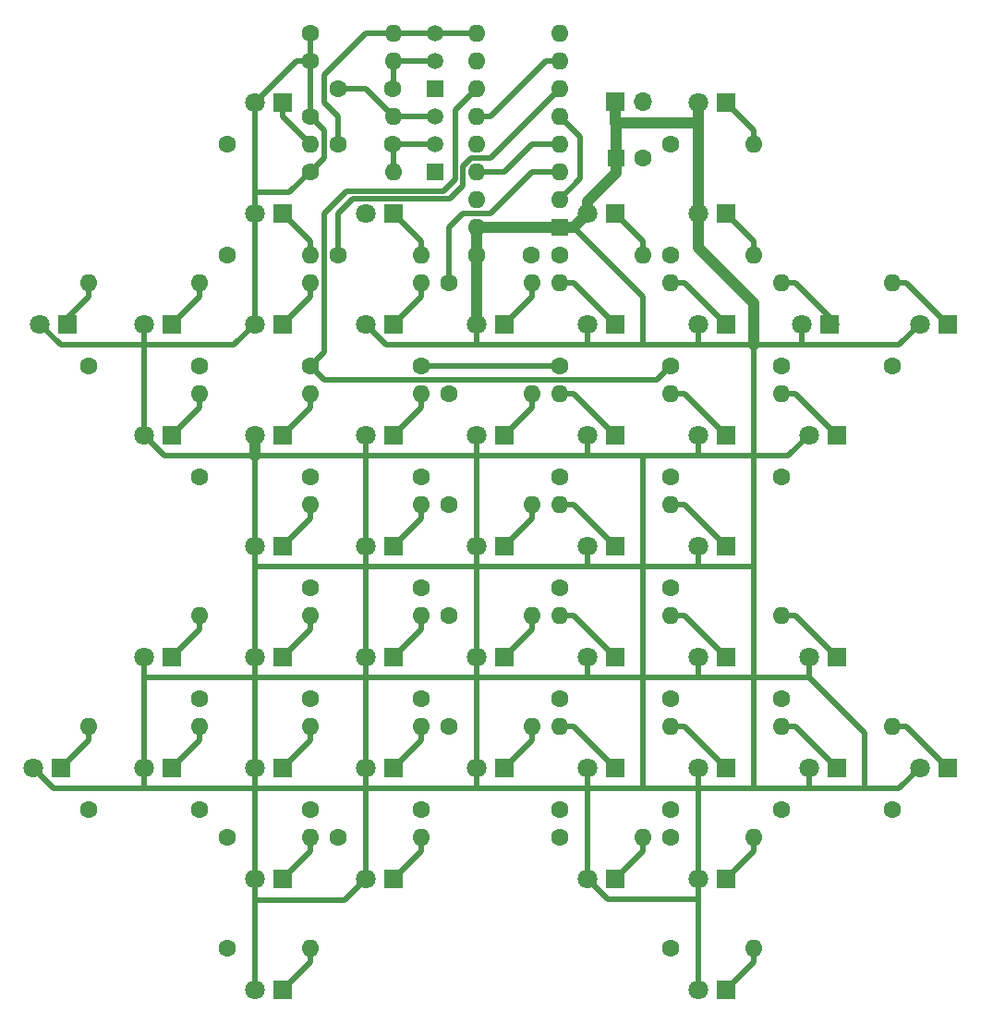
<source format=gbr>
%TF.GenerationSoftware,KiCad,Pcbnew,(6.0.2)*%
%TF.CreationDate,2023-11-30T13:56:03-08:00*%
%TF.ProjectId,star,73746172-2e6b-4696-9361-645f70636258,rev?*%
%TF.SameCoordinates,Original*%
%TF.FileFunction,Copper,L1,Top*%
%TF.FilePolarity,Positive*%
%FSLAX46Y46*%
G04 Gerber Fmt 4.6, Leading zero omitted, Abs format (unit mm)*
G04 Created by KiCad (PCBNEW (6.0.2)) date 2023-11-30 13:56:03*
%MOMM*%
%LPD*%
G01*
G04 APERTURE LIST*
%TA.AperFunction,ComponentPad*%
%ADD10R,1.800000X1.800000*%
%TD*%
%TA.AperFunction,ComponentPad*%
%ADD11C,1.800000*%
%TD*%
%TA.AperFunction,ComponentPad*%
%ADD12C,1.600000*%
%TD*%
%TA.AperFunction,ComponentPad*%
%ADD13R,1.600000X1.600000*%
%TD*%
%TA.AperFunction,ComponentPad*%
%ADD14O,1.600000X1.600000*%
%TD*%
%TA.AperFunction,ComponentPad*%
%ADD15R,1.500000X1.500000*%
%TD*%
%TA.AperFunction,ComponentPad*%
%ADD16C,1.500000*%
%TD*%
%TA.AperFunction,ComponentPad*%
%ADD17R,1.700000X1.700000*%
%TD*%
%TA.AperFunction,ComponentPad*%
%ADD18O,1.700000X1.700000*%
%TD*%
%TA.AperFunction,Conductor*%
%ADD19C,0.500000*%
%TD*%
%TA.AperFunction,Conductor*%
%ADD20C,1.000000*%
%TD*%
G04 APERTURE END LIST*
D10*
%TO.P,D40,1,K*%
%TO.N,Net-(D40-Pad1)*%
X165100000Y-121920000D03*
D11*
%TO.P,D40,2,A*%
%TO.N,VCC*%
X162560000Y-121920000D03*
%TD*%
D10*
%TO.P,D5,1,K*%
%TO.N,Net-(D5-Pad1)*%
X165105000Y-71120000D03*
D11*
%TO.P,D5,2,A*%
%TO.N,VCC*%
X162565000Y-71120000D03*
%TD*%
D12*
%TO.P,C4,2*%
%TO.N,GND*%
X167664888Y-66040000D03*
D13*
%TO.P,C4,1*%
%TO.N,VCC*%
X165164888Y-66040000D03*
%TD*%
D12*
%TO.P,R46,1*%
%TO.N,Net-(R10-Pad1)*%
X160020000Y-128270000D03*
D14*
%TO.P,R46,2*%
%TO.N,Net-(D46-Pad1)*%
X167640000Y-128270000D03*
%TD*%
D10*
%TO.P,D16,1,K*%
%TO.N,Net-(D16-Pad1)*%
X124460000Y-91440000D03*
D11*
%TO.P,D16,2,A*%
%TO.N,VCC*%
X121920000Y-91440000D03*
%TD*%
D10*
%TO.P,D19,1,K*%
%TO.N,Net-(D19-Pad1)*%
X154940000Y-91440000D03*
D11*
%TO.P,D19,2,A*%
%TO.N,VCC*%
X152400000Y-91440000D03*
%TD*%
D10*
%TO.P,D27,1,K*%
%TO.N,Net-(D27-Pad1)*%
X175260000Y-101600000D03*
D11*
%TO.P,D27,2,A*%
%TO.N,VCC*%
X172720000Y-101600000D03*
%TD*%
D12*
%TO.P,C2,2*%
%TO.N,Net-(C2-Pad2)*%
X144740000Y-59690000D03*
%TO.P,C2,1*%
%TO.N,Net-(C2-Pad1)*%
X139740000Y-59690000D03*
%TD*%
%TO.P,R23,1*%
%TO.N,Net-(R11-Pad1)*%
X137160000Y-105410000D03*
D14*
%TO.P,R23,2*%
%TO.N,Net-(D23-Pad1)*%
X137160000Y-97790000D03*
%TD*%
D10*
%TO.P,D29,1,K*%
%TO.N,Net-(D29-Pad1)*%
X134620000Y-111760000D03*
D11*
%TO.P,D29,2,A*%
%TO.N,VCC*%
X132080000Y-111760000D03*
%TD*%
D12*
%TO.P,R6,1*%
%TO.N,Net-(R1-Pad1)*%
X170180000Y-74930000D03*
D14*
%TO.P,R6,2*%
%TO.N,Net-(D6-Pad1)*%
X177800000Y-74930000D03*
%TD*%
D10*
%TO.P,D18,1,K*%
%TO.N,Net-(D18-Pad1)*%
X144780000Y-91440000D03*
D11*
%TO.P,D18,2,A*%
%TO.N,VCC*%
X142240000Y-91440000D03*
%TD*%
D12*
%TO.P,R50,1*%
%TO.N,VCC*%
X137160000Y-62230000D03*
D14*
%TO.P,R50,2*%
%TO.N,Net-(C2-Pad1)*%
X144780000Y-62230000D03*
%TD*%
D10*
%TO.P,D12,1,K*%
%TO.N,Net-(D12-Pad1)*%
X165105000Y-81280000D03*
D11*
%TO.P,D12,2,A*%
%TO.N,VCC*%
X162565000Y-81280000D03*
%TD*%
D12*
%TO.P,R1,1*%
%TO.N,Net-(R1-Pad1)*%
X129540000Y-64770000D03*
D14*
%TO.P,R1,2*%
%TO.N,Net-(D1-Pad1)*%
X137160000Y-64770000D03*
%TD*%
D10*
%TO.P,D11,1,K*%
%TO.N,Net-(D11-Pad1)*%
X154940000Y-81280000D03*
D11*
%TO.P,D11,2,A*%
%TO.N,VCC*%
X152400000Y-81280000D03*
%TD*%
D10*
%TO.P,D43,1,K*%
%TO.N,Net-(D43-Pad1)*%
X195580000Y-121920000D03*
D11*
%TO.P,D43,2,A*%
%TO.N,VCC*%
X193040000Y-121920000D03*
%TD*%
D10*
%TO.P,D39,1,K*%
%TO.N,Net-(D39-Pad1)*%
X154940000Y-121920000D03*
D11*
%TO.P,D39,2,A*%
%TO.N,VCC*%
X152400000Y-121920000D03*
%TD*%
D12*
%TO.P,R25,1*%
%TO.N,Net-(R11-Pad1)*%
X149860000Y-97790000D03*
D14*
%TO.P,R25,2*%
%TO.N,Net-(D25-Pad1)*%
X157480000Y-97790000D03*
%TD*%
D12*
%TO.P,R31,1*%
%TO.N,Net-(R11-Pad1)*%
X149860000Y-107950000D03*
D14*
%TO.P,R31,2*%
%TO.N,Net-(D31-Pad1)*%
X157480000Y-107950000D03*
%TD*%
D12*
%TO.P,R4,1*%
%TO.N,Net-(R10-Pad1)*%
X139700000Y-74930000D03*
D14*
%TO.P,R4,2*%
%TO.N,Net-(D4-Pad1)*%
X147320000Y-74930000D03*
%TD*%
D10*
%TO.P,D26,1,K*%
%TO.N,Net-(D26-Pad1)*%
X165105000Y-101600000D03*
D11*
%TO.P,D26,2,A*%
%TO.N,VCC*%
X162565000Y-101600000D03*
%TD*%
D14*
%TO.P,R39,2*%
%TO.N,Net-(D39-Pad1)*%
X157480000Y-118110000D03*
D12*
%TO.P,R39,1*%
%TO.N,Net-(R11-Pad1)*%
X149860000Y-118110000D03*
%TD*%
%TO.P,R45,1*%
%TO.N,Net-(R10-Pad1)*%
X139700000Y-128270000D03*
D14*
%TO.P,R45,2*%
%TO.N,Net-(D45-Pad1)*%
X147320000Y-128270000D03*
%TD*%
D12*
%TO.P,R27,1*%
%TO.N,Net-(R11-Pad1)*%
X170180000Y-105410000D03*
D14*
%TO.P,R27,2*%
%TO.N,Net-(D27-Pad1)*%
X170180000Y-97790000D03*
%TD*%
D10*
%TO.P,D17,1,K*%
%TO.N,Net-(D17-Pad1)*%
X134620000Y-91440000D03*
D11*
%TO.P,D17,2,A*%
%TO.N,VCC*%
X132080000Y-91440000D03*
%TD*%
D15*
%TO.P,Q2,1,E*%
%TO.N,GND*%
X148590000Y-59690000D03*
D16*
%TO.P,Q2,2,B*%
%TO.N,Net-(C2-Pad2)*%
X148590000Y-57150000D03*
%TO.P,Q2,3,C*%
%TO.N,/CLOCK*%
X148590000Y-54610000D03*
%TD*%
D10*
%TO.P,D30,1,K*%
%TO.N,Net-(D30-Pad1)*%
X144780000Y-111760000D03*
D11*
%TO.P,D30,2,A*%
%TO.N,VCC*%
X142240000Y-111760000D03*
%TD*%
D12*
%TO.P,R26,1*%
%TO.N,Net-(R11-Pad1)*%
X160020000Y-105410000D03*
D14*
%TO.P,R26,2*%
%TO.N,Net-(D26-Pad1)*%
X160020000Y-97790000D03*
%TD*%
D10*
%TO.P,D45,1,K*%
%TO.N,Net-(D45-Pad1)*%
X144780000Y-132080000D03*
D11*
%TO.P,D45,2,A*%
%TO.N,VCC*%
X142240000Y-132080000D03*
%TD*%
D12*
%TO.P,R5,1*%
%TO.N,Net-(R10-Pad1)*%
X160020000Y-74930000D03*
D14*
%TO.P,R5,2*%
%TO.N,Net-(D5-Pad1)*%
X167640000Y-74930000D03*
%TD*%
D12*
%TO.P,R11,1*%
%TO.N,Net-(R11-Pad1)*%
X149860000Y-77470000D03*
D14*
%TO.P,R11,2*%
%TO.N,Net-(D11-Pad1)*%
X157480000Y-77470000D03*
%TD*%
D12*
%TO.P,R35,1*%
%TO.N,Net-(R1-Pad1)*%
X116840000Y-125730000D03*
D14*
%TO.P,R35,2*%
%TO.N,Net-(D35-Pad1)*%
X116840000Y-118110000D03*
%TD*%
D17*
%TO.P,J1,1,Pin_1*%
%TO.N,VCC*%
X165095000Y-60890000D03*
D18*
%TO.P,J1,2,Pin_2*%
%TO.N,GND*%
X167635000Y-60890000D03*
%TD*%
D12*
%TO.P,R16,1*%
%TO.N,Net-(R10-Pad1)*%
X127000000Y-95250000D03*
D14*
%TO.P,R16,2*%
%TO.N,Net-(D16-Pad1)*%
X127000000Y-87630000D03*
%TD*%
D10*
%TO.P,D25,1,K*%
%TO.N,Net-(D25-Pad1)*%
X154945000Y-101600000D03*
D11*
%TO.P,D25,2,A*%
%TO.N,VCC*%
X152405000Y-101600000D03*
%TD*%
D12*
%TO.P,R43,1*%
%TO.N,Net-(R1-Pad1)*%
X190500000Y-125730000D03*
D14*
%TO.P,R43,2*%
%TO.N,Net-(D43-Pad1)*%
X190500000Y-118110000D03*
%TD*%
D10*
%TO.P,D41,1,K*%
%TO.N,Net-(D41-Pad1)*%
X175265000Y-121920000D03*
D11*
%TO.P,D41,2,A*%
%TO.N,VCC*%
X172725000Y-121920000D03*
%TD*%
D10*
%TO.P,D47,1,K*%
%TO.N,Net-(D47-Pad1)*%
X175265000Y-132080000D03*
D11*
%TO.P,D47,2,A*%
%TO.N,VCC*%
X172725000Y-132080000D03*
%TD*%
D10*
%TO.P,D14,1,K*%
%TO.N,Net-(D14-Pad1)*%
X184785000Y-81280000D03*
D11*
%TO.P,D14,2,A*%
%TO.N,VCC*%
X182245000Y-81280000D03*
%TD*%
D15*
%TO.P,Q1,1,E*%
%TO.N,GND*%
X148590000Y-67310000D03*
D16*
%TO.P,Q1,2,B*%
%TO.N,Net-(C3-Pad1)*%
X148590000Y-64770000D03*
%TO.P,Q1,3,C*%
%TO.N,Net-(C2-Pad1)*%
X148590000Y-62230000D03*
%TD*%
D10*
%TO.P,D42,1,K*%
%TO.N,Net-(D42-Pad1)*%
X185420000Y-121920000D03*
D11*
%TO.P,D42,2,A*%
%TO.N,VCC*%
X182880000Y-121920000D03*
%TD*%
D12*
%TO.P,C3,1*%
%TO.N,Net-(C3-Pad1)*%
X144740000Y-64770000D03*
%TO.P,C3,2*%
%TO.N,/CLOCK*%
X139740000Y-64770000D03*
%TD*%
%TO.P,R2,1*%
%TO.N,Net-(R1-Pad1)*%
X170180000Y-64770000D03*
D14*
%TO.P,R2,2*%
%TO.N,Net-(D2-Pad1)*%
X177800000Y-64770000D03*
%TD*%
D12*
%TO.P,R51,1*%
%TO.N,VCC*%
X137160000Y-54610000D03*
D14*
%TO.P,R51,2*%
%TO.N,/CLOCK*%
X144780000Y-54610000D03*
%TD*%
D12*
%TO.P,R52,1*%
%TO.N,VCC*%
X137160000Y-57150000D03*
D14*
%TO.P,R52,2*%
%TO.N,Net-(C2-Pad2)*%
X144780000Y-57150000D03*
%TD*%
D12*
%TO.P,R33,1*%
%TO.N,Net-(R10-Pad1)*%
X170180000Y-115570000D03*
D14*
%TO.P,R33,2*%
%TO.N,Net-(D33-Pad1)*%
X170180000Y-107950000D03*
%TD*%
D12*
%TO.P,R29,1*%
%TO.N,Net-(R10-Pad1)*%
X137160000Y-115570000D03*
D14*
%TO.P,R29,2*%
%TO.N,Net-(D29-Pad1)*%
X137160000Y-107950000D03*
%TD*%
D10*
%TO.P,D24,1,K*%
%TO.N,Net-(D24-Pad1)*%
X144780000Y-101600000D03*
D11*
%TO.P,D24,2,A*%
%TO.N,VCC*%
X142240000Y-101600000D03*
%TD*%
D12*
%TO.P,R13,1*%
%TO.N,Net-(R1-Pad1)*%
X170180000Y-85090000D03*
D14*
%TO.P,R13,2*%
%TO.N,Net-(D13-Pad1)*%
X170180000Y-77470000D03*
%TD*%
D12*
%TO.P,R19,1*%
%TO.N,Net-(R11-Pad1)*%
X149860000Y-87630000D03*
D14*
%TO.P,R19,2*%
%TO.N,Net-(D19-Pad1)*%
X157480000Y-87630000D03*
%TD*%
D10*
%TO.P,D20,1,K*%
%TO.N,Net-(D20-Pad1)*%
X165100000Y-91440000D03*
D11*
%TO.P,D20,2,A*%
%TO.N,VCC*%
X162560000Y-91440000D03*
%TD*%
D12*
%TO.P,R15,1*%
%TO.N,Net-(R1-Pad1)*%
X190500000Y-85090000D03*
D14*
%TO.P,R15,2*%
%TO.N,Net-(D15-Pad1)*%
X190500000Y-77470000D03*
%TD*%
D12*
%TO.P,R24,1*%
%TO.N,Net-(R11-Pad1)*%
X147320000Y-105410000D03*
D14*
%TO.P,R24,2*%
%TO.N,Net-(D24-Pad1)*%
X147320000Y-97790000D03*
%TD*%
D10*
%TO.P,D3,1,K*%
%TO.N,Net-(D3-Pad1)*%
X134620000Y-71120000D03*
D11*
%TO.P,D3,2,A*%
%TO.N,VCC*%
X132080000Y-71120000D03*
%TD*%
D12*
%TO.P,R8,1*%
%TO.N,Net-(R1-Pad1)*%
X127000000Y-85090000D03*
D14*
%TO.P,R8,2*%
%TO.N,Net-(D8-Pad1)*%
X127000000Y-77470000D03*
%TD*%
D10*
%TO.P,D10,1,K*%
%TO.N,Net-(D10-Pad1)*%
X144780000Y-81280000D03*
D11*
%TO.P,D10,2,A*%
%TO.N,VCC*%
X142240000Y-81280000D03*
%TD*%
D10*
%TO.P,D1,1,K*%
%TO.N,Net-(D1-Pad1)*%
X134625000Y-60960000D03*
D11*
%TO.P,D1,2,A*%
%TO.N,VCC*%
X132085000Y-60960000D03*
%TD*%
D12*
%TO.P,R37,1*%
%TO.N,Net-(R1-Pad1)*%
X137160000Y-125730000D03*
D14*
%TO.P,R37,2*%
%TO.N,Net-(D37-Pad1)*%
X137160000Y-118110000D03*
%TD*%
D12*
%TO.P,R30,1*%
%TO.N,Net-(R10-Pad1)*%
X147320000Y-115570000D03*
D14*
%TO.P,R30,2*%
%TO.N,Net-(D30-Pad1)*%
X147320000Y-107950000D03*
%TD*%
D10*
%TO.P,D4,1,K*%
%TO.N,Net-(D4-Pad1)*%
X144785000Y-71120000D03*
D11*
%TO.P,D4,2,A*%
%TO.N,VCC*%
X142245000Y-71120000D03*
%TD*%
D12*
%TO.P,R3,1*%
%TO.N,Net-(R1-Pad1)*%
X129540000Y-74930000D03*
D14*
%TO.P,R3,2*%
%TO.N,Net-(D3-Pad1)*%
X137160000Y-74930000D03*
%TD*%
D12*
%TO.P,R28,1*%
%TO.N,Net-(R10-Pad1)*%
X127000000Y-115570000D03*
D14*
%TO.P,R28,2*%
%TO.N,Net-(D28-Pad1)*%
X127000000Y-107950000D03*
%TD*%
D10*
%TO.P,D23,1,K*%
%TO.N,Net-(D23-Pad1)*%
X134625000Y-101600000D03*
D11*
%TO.P,D23,2,A*%
%TO.N,VCC*%
X132085000Y-101600000D03*
%TD*%
D12*
%TO.P,R32,1*%
%TO.N,Net-(R10-Pad1)*%
X160020000Y-115570000D03*
D14*
%TO.P,R32,2*%
%TO.N,Net-(D32-Pad1)*%
X160020000Y-107950000D03*
%TD*%
D10*
%TO.P,D32,1,K*%
%TO.N,Net-(D32-Pad1)*%
X165100000Y-111760000D03*
D11*
%TO.P,D32,2,A*%
%TO.N,VCC*%
X162560000Y-111760000D03*
%TD*%
D12*
%TO.P,R12,1*%
%TO.N,Net-(R10-Pad1)*%
X160020000Y-85090000D03*
D14*
%TO.P,R12,2*%
%TO.N,Net-(D12-Pad1)*%
X160020000Y-77470000D03*
%TD*%
D12*
%TO.P,R38,1*%
%TO.N,Net-(R10-Pad1)*%
X147320000Y-125730000D03*
D14*
%TO.P,R38,2*%
%TO.N,Net-(D38-Pad1)*%
X147320000Y-118110000D03*
%TD*%
D10*
%TO.P,D44,1,K*%
%TO.N,Net-(D44-Pad1)*%
X134620000Y-132080000D03*
D11*
%TO.P,D44,2,A*%
%TO.N,VCC*%
X132080000Y-132080000D03*
%TD*%
D12*
%TO.P,R18,1*%
%TO.N,Net-(R10-Pad1)*%
X147320000Y-95250000D03*
D14*
%TO.P,R18,2*%
%TO.N,Net-(D18-Pad1)*%
X147320000Y-87630000D03*
%TD*%
D10*
%TO.P,D7,1,K*%
%TO.N,Net-(D7-Pad1)*%
X114935000Y-81280000D03*
D11*
%TO.P,D7,2,A*%
%TO.N,VCC*%
X112395000Y-81280000D03*
%TD*%
D10*
%TO.P,D35,1,K*%
%TO.N,Net-(D35-Pad1)*%
X114300000Y-121920000D03*
D11*
%TO.P,D35,2,A*%
%TO.N,VCC*%
X111760000Y-121920000D03*
%TD*%
D12*
%TO.P,R47,1*%
%TO.N,Net-(R1-Pad1)*%
X170180000Y-128270000D03*
D14*
%TO.P,R47,2*%
%TO.N,Net-(D47-Pad1)*%
X177800000Y-128270000D03*
%TD*%
D10*
%TO.P,D37,1,K*%
%TO.N,Net-(D37-Pad1)*%
X134620000Y-121920000D03*
D11*
%TO.P,D37,2,A*%
%TO.N,VCC*%
X132080000Y-121920000D03*
%TD*%
D12*
%TO.P,R36,1*%
%TO.N,Net-(R1-Pad1)*%
X127000000Y-125730000D03*
D14*
%TO.P,R36,2*%
%TO.N,Net-(D36-Pad1)*%
X127000000Y-118110000D03*
%TD*%
D10*
%TO.P,D2,1,K*%
%TO.N,Net-(D2-Pad1)*%
X175260000Y-60960000D03*
D11*
%TO.P,D2,2,A*%
%TO.N,VCC*%
X172720000Y-60960000D03*
%TD*%
D13*
%TO.P,U1,1,~{Mr}*%
%TO.N,VCC*%
X160010000Y-72390000D03*
D14*
%TO.P,U1,2,Q0*%
%TO.N,Net-(U1-Pad2)*%
X160010000Y-69850000D03*
%TO.P,U1,3,~{Q0}*%
%TO.N,Net-(R11-Pad1)*%
X160010000Y-67310000D03*
%TO.P,U1,4,D0*%
%TO.N,Net-(U1-Pad14)*%
X160010000Y-64770000D03*
%TO.P,U1,5,D1*%
%TO.N,Net-(U1-Pad2)*%
X160010000Y-62230000D03*
%TO.P,U1,6,~{Q1}*%
%TO.N,Net-(R10-Pad1)*%
X160010000Y-59690000D03*
%TO.P,U1,7,Q1*%
%TO.N,Net-(U1-Pad12)*%
X160010000Y-57150000D03*
%TO.P,U1,8,GND*%
%TO.N,GND*%
X160010000Y-54610000D03*
%TO.P,U1,9,Cp*%
%TO.N,/CLOCK*%
X152390000Y-54610000D03*
%TO.P,U1,10,Q2*%
%TO.N,Net-(U1-Pad10)*%
X152390000Y-57150000D03*
%TO.P,U1,11,~{Q2}*%
%TO.N,Net-(R1-Pad1)*%
X152390000Y-59690000D03*
%TO.P,U1,12,D2*%
%TO.N,Net-(U1-Pad12)*%
X152390000Y-62230000D03*
%TO.P,U1,13,D3*%
%TO.N,Net-(U1-Pad10)*%
X152390000Y-64770000D03*
%TO.P,U1,14,~{Q3}*%
%TO.N,Net-(U1-Pad14)*%
X152390000Y-67310000D03*
%TO.P,U1,15,Q3*%
%TO.N,unconnected-(U1-Pad15)*%
X152390000Y-69850000D03*
%TO.P,U1,16,VCC*%
%TO.N,VCC*%
X152390000Y-72390000D03*
%TD*%
D12*
%TO.P,R10,1*%
%TO.N,Net-(R10-Pad1)*%
X147320000Y-85090000D03*
D14*
%TO.P,R10,2*%
%TO.N,Net-(D10-Pad1)*%
X147320000Y-77470000D03*
%TD*%
D10*
%TO.P,D28,1,K*%
%TO.N,Net-(D28-Pad1)*%
X124460000Y-111760000D03*
D11*
%TO.P,D28,2,A*%
%TO.N,VCC*%
X121920000Y-111760000D03*
%TD*%
D10*
%TO.P,D49,1,K*%
%TO.N,Net-(D49-Pad1)*%
X175265000Y-142240000D03*
D11*
%TO.P,D49,2,A*%
%TO.N,VCC*%
X172725000Y-142240000D03*
%TD*%
D10*
%TO.P,D13,1,K*%
%TO.N,Net-(D13-Pad1)*%
X175260000Y-81280000D03*
D11*
%TO.P,D13,2,A*%
%TO.N,VCC*%
X172720000Y-81280000D03*
%TD*%
D10*
%TO.P,D15,1,K*%
%TO.N,Net-(D15-Pad1)*%
X195585000Y-81280000D03*
D11*
%TO.P,D15,2,A*%
%TO.N,VCC*%
X193045000Y-81280000D03*
%TD*%
D10*
%TO.P,D31,1,K*%
%TO.N,Net-(D31-Pad1)*%
X154945000Y-111760000D03*
D11*
%TO.P,D31,2,A*%
%TO.N,VCC*%
X152405000Y-111760000D03*
%TD*%
D12*
%TO.P,R14,1*%
%TO.N,Net-(R1-Pad1)*%
X180340000Y-85090000D03*
D14*
%TO.P,R14,2*%
%TO.N,Net-(D14-Pad1)*%
X180340000Y-77470000D03*
%TD*%
D10*
%TO.P,D36,1,K*%
%TO.N,Net-(D36-Pad1)*%
X124460000Y-121920000D03*
D11*
%TO.P,D36,2,A*%
%TO.N,VCC*%
X121920000Y-121920000D03*
%TD*%
D12*
%TO.P,R17,1*%
%TO.N,Net-(R10-Pad1)*%
X137160000Y-95250000D03*
D14*
%TO.P,R17,2*%
%TO.N,Net-(D17-Pad1)*%
X137160000Y-87630000D03*
%TD*%
D10*
%TO.P,D48,1,K*%
%TO.N,Net-(D48-Pad1)*%
X134625000Y-142240000D03*
D11*
%TO.P,D48,2,A*%
%TO.N,VCC*%
X132085000Y-142240000D03*
%TD*%
D12*
%TO.P,R20,1*%
%TO.N,Net-(R10-Pad1)*%
X160020000Y-95250000D03*
D14*
%TO.P,R20,2*%
%TO.N,Net-(D20-Pad1)*%
X160020000Y-87630000D03*
%TD*%
D10*
%TO.P,D21,1,K*%
%TO.N,Net-(D21-Pad1)*%
X175265000Y-91440000D03*
D11*
%TO.P,D21,2,A*%
%TO.N,VCC*%
X172725000Y-91440000D03*
%TD*%
D10*
%TO.P,D34,1,K*%
%TO.N,Net-(D34-Pad1)*%
X185420000Y-111760000D03*
D11*
%TO.P,D34,2,A*%
%TO.N,VCC*%
X182880000Y-111760000D03*
%TD*%
D14*
%TO.P,R49,2*%
%TO.N,Net-(D49-Pad1)*%
X177800000Y-138430000D03*
D12*
%TO.P,R49,1*%
%TO.N,Net-(R1-Pad1)*%
X170180000Y-138430000D03*
%TD*%
%TO.P,R34,1*%
%TO.N,Net-(R10-Pad1)*%
X180340000Y-115570000D03*
D14*
%TO.P,R34,2*%
%TO.N,Net-(D34-Pad1)*%
X180340000Y-107950000D03*
%TD*%
D10*
%TO.P,D38,1,K*%
%TO.N,Net-(D38-Pad1)*%
X144780000Y-121920000D03*
D11*
%TO.P,D38,2,A*%
%TO.N,VCC*%
X142240000Y-121920000D03*
%TD*%
D12*
%TO.P,R22,1*%
%TO.N,Net-(R10-Pad1)*%
X180340000Y-95250000D03*
D14*
%TO.P,R22,2*%
%TO.N,Net-(D22-Pad1)*%
X180340000Y-87630000D03*
%TD*%
D11*
%TO.P,D8,2,A*%
%TO.N,VCC*%
X121930000Y-81280000D03*
D10*
%TO.P,D8,1,K*%
%TO.N,Net-(D8-Pad1)*%
X124470000Y-81280000D03*
%TD*%
D12*
%TO.P,R40,1*%
%TO.N,Net-(R10-Pad1)*%
X160020000Y-125730000D03*
D14*
%TO.P,R40,2*%
%TO.N,Net-(D40-Pad1)*%
X160020000Y-118110000D03*
%TD*%
D12*
%TO.P,R41,1*%
%TO.N,Net-(R1-Pad1)*%
X170180000Y-125730000D03*
D14*
%TO.P,R41,2*%
%TO.N,Net-(D41-Pad1)*%
X170180000Y-118110000D03*
%TD*%
D12*
%TO.P,R42,1*%
%TO.N,Net-(R1-Pad1)*%
X180340000Y-125730000D03*
D14*
%TO.P,R42,2*%
%TO.N,Net-(D42-Pad1)*%
X180340000Y-118110000D03*
%TD*%
D12*
%TO.P,R53,1*%
%TO.N,VCC*%
X137160000Y-67310000D03*
D14*
%TO.P,R53,2*%
%TO.N,Net-(C3-Pad1)*%
X144780000Y-67310000D03*
%TD*%
D12*
%TO.P,R44,1*%
%TO.N,Net-(R1-Pad1)*%
X129540000Y-128270000D03*
D14*
%TO.P,R44,2*%
%TO.N,Net-(D44-Pad1)*%
X137160000Y-128270000D03*
%TD*%
D10*
%TO.P,D33,1,K*%
%TO.N,Net-(D33-Pad1)*%
X175265000Y-111760000D03*
D11*
%TO.P,D33,2,A*%
%TO.N,VCC*%
X172725000Y-111760000D03*
%TD*%
D12*
%TO.P,R9,1*%
%TO.N,Net-(R1-Pad1)*%
X137160000Y-85090000D03*
D14*
%TO.P,R9,2*%
%TO.N,Net-(D9-Pad1)*%
X137160000Y-77470000D03*
%TD*%
D10*
%TO.P,D6,1,K*%
%TO.N,Net-(D6-Pad1)*%
X175260000Y-71120000D03*
D11*
%TO.P,D6,2,A*%
%TO.N,VCC*%
X172720000Y-71120000D03*
%TD*%
D12*
%TO.P,R21,1*%
%TO.N,Net-(R10-Pad1)*%
X170180000Y-95250000D03*
D14*
%TO.P,R21,2*%
%TO.N,Net-(D21-Pad1)*%
X170180000Y-87630000D03*
%TD*%
D12*
%TO.P,R48,1*%
%TO.N,Net-(R1-Pad1)*%
X129540000Y-138430000D03*
D14*
%TO.P,R48,2*%
%TO.N,Net-(D48-Pad1)*%
X137160000Y-138430000D03*
%TD*%
D11*
%TO.P,D22,2,A*%
%TO.N,VCC*%
X182885000Y-91440000D03*
D10*
%TO.P,D22,1,K*%
%TO.N,Net-(D22-Pad1)*%
X185425000Y-91440000D03*
%TD*%
%TO.P,D9,1,K*%
%TO.N,Net-(D9-Pad1)*%
X134620000Y-81280000D03*
D11*
%TO.P,D9,2,A*%
%TO.N,VCC*%
X132080000Y-81280000D03*
%TD*%
D10*
%TO.P,D46,1,K*%
%TO.N,Net-(D46-Pad1)*%
X165105000Y-132080000D03*
D11*
%TO.P,D46,2,A*%
%TO.N,VCC*%
X162565000Y-132080000D03*
%TD*%
D12*
%TO.P,R7,1*%
%TO.N,Net-(R1-Pad1)*%
X116840000Y-85090000D03*
D14*
%TO.P,R7,2*%
%TO.N,Net-(D7-Pad1)*%
X116840000Y-77470000D03*
%TD*%
D12*
%TO.P,C1,1*%
%TO.N,VCC*%
X152440000Y-74930000D03*
%TO.P,C1,2*%
%TO.N,GND*%
X157440000Y-74930000D03*
%TD*%
D19*
%TO.N,Net-(R1-Pad1)*%
X138430000Y-83820000D02*
X137160000Y-85090000D01*
X138430000Y-71120000D02*
X138430000Y-83820000D01*
X149369031Y-69070969D02*
X140479031Y-69070969D01*
X150430481Y-61649519D02*
X150430481Y-68009519D01*
X140479031Y-69070969D02*
X138430000Y-71120000D01*
X152390000Y-59690000D02*
X150430481Y-61649519D01*
X150430481Y-68009519D02*
X149369031Y-69070969D01*
%TO.N,Net-(R10-Pad1)*%
X151872435Y-66060489D02*
X153639511Y-66060489D01*
X151140489Y-66792435D02*
X151872435Y-66060489D01*
X149939511Y-69770489D02*
X151140489Y-68569511D01*
X153639511Y-66060489D02*
X160010000Y-59690000D01*
X139700000Y-71120000D02*
X141049511Y-69770489D01*
X151140489Y-68569511D02*
X151140489Y-66792435D01*
X139700000Y-74930000D02*
X139700000Y-71120000D01*
X141049511Y-69770489D02*
X149939511Y-69770489D01*
%TO.N,VCC*%
X130175000Y-83185000D02*
X132080000Y-81280000D01*
X121920000Y-83185000D02*
X130175000Y-83185000D01*
X121920000Y-81290000D02*
X121930000Y-81280000D01*
X121920000Y-83185000D02*
X121920000Y-81290000D01*
X121920000Y-91440000D02*
X121920000Y-83185000D01*
X177795000Y-83190000D02*
X177800000Y-83185000D01*
X177795000Y-93340000D02*
X177795000Y-83190000D01*
X144145000Y-83185000D02*
X152400000Y-83185000D01*
X142240000Y-81280000D02*
X144145000Y-83185000D01*
X135255000Y-69215000D02*
X132080000Y-69215000D01*
X137160000Y-67310000D02*
X135255000Y-69215000D01*
X123820000Y-93340000D02*
X121920000Y-91440000D01*
D20*
X132080000Y-93335000D02*
X132085000Y-93340000D01*
X132080000Y-91440000D02*
X132080000Y-93335000D01*
D19*
X114300000Y-83185000D02*
X121920000Y-83185000D01*
X132080000Y-71120000D02*
X132080000Y-81280000D01*
X177790000Y-93345000D02*
X177795000Y-93340000D01*
X172720000Y-93345000D02*
X177790000Y-93345000D01*
X177800000Y-93345000D02*
X177795000Y-93340000D01*
X180980000Y-93345000D02*
X177800000Y-93345000D01*
X182245000Y-83185000D02*
X177800000Y-83185000D01*
X172720000Y-83185000D02*
X177800000Y-83185000D01*
D20*
X177800000Y-79375000D02*
X177800000Y-83185000D01*
X172720000Y-74295000D02*
X177800000Y-79375000D01*
X172720000Y-71120000D02*
X172720000Y-74295000D01*
D19*
X167640000Y-83185000D02*
X167640000Y-78735000D01*
X167640000Y-78735000D02*
X161295000Y-72390000D01*
X167640000Y-83185000D02*
X172720000Y-83185000D01*
X162560000Y-83185000D02*
X167640000Y-83185000D01*
X167640000Y-103505000D02*
X167640000Y-93345000D01*
X167640000Y-93345000D02*
X162560000Y-93345000D01*
X172720000Y-93345000D02*
X167640000Y-93345000D01*
X167640000Y-113665000D02*
X167640000Y-103505000D01*
X167640000Y-103505000D02*
X172720000Y-103505000D01*
X162560000Y-103505000D02*
X167640000Y-103505000D01*
X142240000Y-101600000D02*
X142240000Y-93345000D01*
X142240000Y-111760000D02*
X142240000Y-103505000D01*
X162560000Y-132075000D02*
X162565000Y-132080000D01*
X162560000Y-123825000D02*
X162560000Y-132075000D01*
%TO.N,Net-(D46-Pad1)*%
X167640000Y-129545000D02*
X165105000Y-132080000D01*
X167640000Y-128270000D02*
X167640000Y-129545000D01*
D20*
%TO.N,VCC*%
X165164888Y-62929888D02*
X165164888Y-66040000D01*
X165095000Y-62860000D02*
X165164888Y-62929888D01*
X165100000Y-62865000D02*
X165095000Y-62860000D01*
X172720000Y-62865000D02*
X165100000Y-62865000D01*
X172720000Y-62865000D02*
X172720000Y-71120000D01*
X165095000Y-60890000D02*
X165095000Y-62860000D01*
X172720000Y-60960000D02*
X172720000Y-62865000D01*
X152440000Y-81240000D02*
X152400000Y-81280000D01*
X152440000Y-74930000D02*
X152440000Y-81240000D01*
D19*
X177800000Y-93345000D02*
X177800000Y-103505000D01*
X172720000Y-103505000D02*
X177800000Y-103505000D01*
X177800000Y-103505000D02*
X177800000Y-113665000D01*
X177800000Y-113665000D02*
X182880000Y-113665000D01*
X172730000Y-113665000D02*
X172725000Y-113660000D01*
X177800000Y-113665000D02*
X177800000Y-123825000D01*
X177800000Y-113665000D02*
X172730000Y-113665000D01*
X177800000Y-123825000D02*
X182880000Y-123825000D01*
X172720000Y-123825000D02*
X177800000Y-123825000D01*
X121920000Y-123825000D02*
X132080000Y-123825000D01*
X121920000Y-121920000D02*
X121920000Y-123825000D01*
X113665000Y-123825000D02*
X121920000Y-123825000D01*
X132080000Y-123825000D02*
X132080000Y-121920000D01*
X132080000Y-123825000D02*
X142240000Y-123825000D01*
X132080000Y-132080000D02*
X132080000Y-123825000D01*
X142240000Y-123825000D02*
X142240000Y-132080000D01*
X142240000Y-123825000D02*
X142240000Y-121920000D01*
X142240000Y-123825000D02*
X152400000Y-123825000D01*
X152400000Y-123825000D02*
X152400000Y-121920000D01*
X152400000Y-123825000D02*
X162560000Y-123825000D01*
X162560000Y-121920000D02*
X162560000Y-123825000D01*
X162560000Y-123825000D02*
X167640000Y-123825000D01*
X167640000Y-123825000D02*
X167640000Y-113665000D01*
X167640000Y-123825000D02*
X172720000Y-123825000D01*
X172725000Y-123830000D02*
X172720000Y-123825000D01*
X172725000Y-132080000D02*
X172725000Y-123830000D01*
X172725000Y-123820000D02*
X172720000Y-123825000D01*
X172725000Y-121920000D02*
X172725000Y-123820000D01*
X182880000Y-121920000D02*
X182880000Y-123825000D01*
X182880000Y-123825000D02*
X187960000Y-123825000D01*
X187960000Y-118745000D02*
X187960000Y-123825000D01*
X187960000Y-123825000D02*
X191135000Y-123825000D01*
X191135000Y-123825000D02*
X193040000Y-121920000D01*
X111760000Y-121920000D02*
X113665000Y-123825000D01*
X172720000Y-113665000D02*
X167640000Y-113665000D01*
X167640000Y-113665000D02*
X162560000Y-113665000D01*
X172720000Y-113665000D02*
X172725000Y-113660000D01*
X172725000Y-113660000D02*
X172725000Y-111760000D01*
X152400000Y-113665000D02*
X162560000Y-113665000D01*
X182880000Y-113665000D02*
X187960000Y-118745000D01*
X182880000Y-111760000D02*
X182880000Y-113665000D01*
X162565000Y-132080000D02*
X164465000Y-133980000D01*
X164465000Y-133980000D02*
X172725000Y-133980000D01*
X142240000Y-121920000D02*
X142240000Y-113665000D01*
X121920000Y-121920000D02*
X121920000Y-113665000D01*
X121920000Y-111760000D02*
X121920000Y-113665000D01*
X121920000Y-113665000D02*
X132080000Y-113665000D01*
X172720000Y-103505000D02*
X172720000Y-101600000D01*
X142240000Y-103505000D02*
X132080000Y-103505000D01*
X132080000Y-113665000D02*
X132080000Y-121920000D01*
X132085000Y-111755000D02*
X132080000Y-111760000D01*
X132085000Y-101600000D02*
X132085000Y-111755000D01*
X132085000Y-93340000D02*
X132085000Y-101600000D01*
X152405000Y-93350000D02*
X152400000Y-93345000D01*
X152405000Y-101600000D02*
X152405000Y-93350000D01*
X152405000Y-111760000D02*
X152405000Y-103500000D01*
X152400000Y-113665000D02*
X152405000Y-113660000D01*
X152400000Y-121920000D02*
X152400000Y-113665000D01*
X142240000Y-113665000D02*
X132080000Y-113665000D01*
X142235000Y-93340000D02*
X142240000Y-93345000D01*
X132085000Y-93340000D02*
X142235000Y-93340000D01*
%TO.N,Net-(R10-Pad1)*%
X147320000Y-85090000D02*
X160020000Y-85090000D01*
%TO.N,VCC*%
X132080000Y-113665000D02*
X132080000Y-111760000D01*
D20*
X165164888Y-67403862D02*
X165164888Y-66040000D01*
X162565000Y-70003750D02*
X165164888Y-67403862D01*
X162565000Y-71120000D02*
X162565000Y-70003750D01*
X161295000Y-72390000D02*
X162565000Y-71120000D01*
X160010000Y-72390000D02*
X161295000Y-72390000D01*
X152390000Y-72390000D02*
X160010000Y-72390000D01*
X152440000Y-72440000D02*
X152390000Y-72390000D01*
X152440000Y-74930000D02*
X152440000Y-72440000D01*
D19*
%TO.N,Net-(U1-Pad2)*%
X161925000Y-64135000D02*
X161925000Y-67945000D01*
X161925000Y-67945000D02*
X160020000Y-69850000D01*
X160020000Y-62230000D02*
X161925000Y-64135000D01*
%TO.N,VCC*%
X172725000Y-93340000D02*
X172720000Y-93345000D01*
X142240000Y-113665000D02*
X152400000Y-113665000D01*
X162560000Y-111760000D02*
X162560000Y-113665000D01*
X132080000Y-60960000D02*
X135890000Y-57150000D01*
X172720000Y-83185000D02*
X172720000Y-81280000D01*
X132085000Y-133990000D02*
X132085000Y-132085000D01*
X142240000Y-93345000D02*
X142240000Y-91440000D01*
X172725000Y-142240000D02*
X172725000Y-133980000D01*
X142240000Y-102870000D02*
X142240000Y-101600000D01*
X132085000Y-132085000D02*
X132080000Y-132080000D01*
X152405000Y-103500000D02*
X152400000Y-103505000D01*
X172725000Y-91440000D02*
X172725000Y-93340000D01*
X161290000Y-72390000D02*
X160020000Y-72390000D01*
X152400000Y-91440000D02*
X152400000Y-93345000D01*
X135890000Y-57150000D02*
X137160000Y-57150000D01*
X172725000Y-133980000D02*
X172725000Y-132080000D01*
X162560000Y-83185000D02*
X162565000Y-83180000D01*
X152400000Y-93345000D02*
X142240000Y-93345000D01*
X162565000Y-83180000D02*
X162565000Y-81280000D01*
X152400000Y-103505000D02*
X162560000Y-103505000D01*
X142240000Y-113665000D02*
X142240000Y-111760000D01*
X140330000Y-133990000D02*
X142240000Y-132080000D01*
X138430000Y-66040000D02*
X137160000Y-67310000D01*
X152400000Y-72390000D02*
X152400000Y-74930000D01*
X137160000Y-57150000D02*
X137160000Y-62230000D01*
X137160000Y-62230000D02*
X138430000Y-63500000D01*
X132085000Y-93340000D02*
X123820000Y-93340000D01*
X160020000Y-72390000D02*
X152400000Y-72390000D01*
X132080000Y-69215000D02*
X132080000Y-60965000D01*
X132080000Y-60965000D02*
X132085000Y-60960000D01*
X191140000Y-83185000D02*
X193045000Y-81280000D01*
X182245000Y-83185000D02*
X191140000Y-83185000D01*
X132085000Y-133990000D02*
X140330000Y-133990000D01*
X162565000Y-103500000D02*
X162560000Y-103505000D01*
X152400000Y-83185000D02*
X162560000Y-83185000D01*
X152405000Y-111760000D02*
X152405000Y-113660000D01*
X138430000Y-63500000D02*
X138430000Y-66040000D01*
X162560000Y-93345000D02*
X152400000Y-93345000D01*
X162560000Y-71120000D02*
X161290000Y-72390000D01*
X114300000Y-83185000D02*
X112395000Y-81280000D01*
X137160000Y-54610000D02*
X137160000Y-57150000D01*
X162565000Y-101600000D02*
X162565000Y-103500000D01*
X142240000Y-103505000D02*
X152400000Y-103505000D01*
X182885000Y-91440000D02*
X180980000Y-93345000D01*
X142240000Y-103505000D02*
X142240000Y-102870000D01*
X152405000Y-101600000D02*
X152405000Y-103500000D01*
X182245000Y-83185000D02*
X182245000Y-81280000D01*
X152400000Y-83185000D02*
X152400000Y-81280000D01*
X132085000Y-142240000D02*
X132085000Y-133990000D01*
X132080000Y-71120000D02*
X132080000Y-69215000D01*
X162560000Y-91440000D02*
X162560000Y-93345000D01*
%TO.N,Net-(C2-Pad1)*%
X142240000Y-59690000D02*
X144780000Y-62230000D01*
X144780000Y-62230000D02*
X148590000Y-62230000D01*
X139700000Y-59690000D02*
X142240000Y-59690000D01*
%TO.N,Net-(C2-Pad2)*%
X144780000Y-57150000D02*
X144780000Y-59690000D01*
X144780000Y-57150000D02*
X148590000Y-57150000D01*
%TO.N,Net-(C3-Pad1)*%
X144780000Y-64770000D02*
X148590000Y-64770000D01*
X144780000Y-67310000D02*
X144780000Y-64770000D01*
%TO.N,/CLOCK*%
X139700000Y-64770000D02*
X139700000Y-62230000D01*
X139700000Y-62230000D02*
X138430000Y-60960000D01*
X142240000Y-54610000D02*
X144780000Y-54610000D01*
X138430000Y-60960000D02*
X138430000Y-58420000D01*
X138430000Y-58420000D02*
X142240000Y-54610000D01*
X148590000Y-54610000D02*
X152400000Y-54610000D01*
X144780000Y-54610000D02*
X148590000Y-54610000D01*
%TO.N,Net-(D1-Pad1)*%
X134620000Y-62230000D02*
X137160000Y-64770000D01*
X134620000Y-60960000D02*
X134620000Y-62230000D01*
%TO.N,Net-(D2-Pad1)*%
X177800000Y-64770000D02*
X177800000Y-63500000D01*
X177800000Y-63500000D02*
X175260000Y-60960000D01*
%TO.N,Net-(D3-Pad1)*%
X137160000Y-74930000D02*
X137160000Y-73660000D01*
X137160000Y-73660000D02*
X134620000Y-71120000D01*
%TO.N,Net-(D4-Pad1)*%
X147320000Y-74930000D02*
X147320000Y-73660000D01*
X147320000Y-73660000D02*
X144780000Y-71120000D01*
%TO.N,Net-(D5-Pad1)*%
X167640000Y-73660000D02*
X165100000Y-71120000D01*
X167640000Y-74930000D02*
X167640000Y-73660000D01*
%TO.N,Net-(D6-Pad1)*%
X177800000Y-73660000D02*
X175260000Y-71120000D01*
X177800000Y-74930000D02*
X177800000Y-73660000D01*
%TO.N,Net-(D7-Pad1)*%
X116840000Y-77470000D02*
X116840000Y-78740000D01*
X116840000Y-78740000D02*
X114300000Y-81280000D01*
%TO.N,Net-(D9-Pad1)*%
X137160000Y-77470000D02*
X137160000Y-78740000D01*
X137160000Y-78740000D02*
X134620000Y-81280000D01*
%TO.N,Net-(D10-Pad1)*%
X147320000Y-77470000D02*
X147320000Y-78740000D01*
X147320000Y-78740000D02*
X144780000Y-81280000D01*
%TO.N,Net-(D11-Pad1)*%
X157480000Y-77470000D02*
X157480000Y-78740000D01*
X157480000Y-78740000D02*
X154940000Y-81280000D01*
%TO.N,Net-(D12-Pad1)*%
X161290000Y-77470000D02*
X160020000Y-77470000D01*
X165100000Y-81280000D02*
X161290000Y-77470000D01*
%TO.N,Net-(D13-Pad1)*%
X175260000Y-81280000D02*
X171450000Y-77470000D01*
X171450000Y-77470000D02*
X170180000Y-77470000D01*
%TO.N,Net-(D14-Pad1)*%
X185420000Y-81280000D02*
X181610000Y-77470000D01*
X181610000Y-77470000D02*
X180340000Y-77470000D01*
%TO.N,Net-(D15-Pad1)*%
X195580000Y-81280000D02*
X191770000Y-77470000D01*
X191770000Y-77470000D02*
X190500000Y-77470000D01*
%TO.N,Net-(D16-Pad1)*%
X127000000Y-87630000D02*
X127000000Y-88900000D01*
X127000000Y-88900000D02*
X124460000Y-91440000D01*
%TO.N,Net-(D17-Pad1)*%
X137160000Y-88900000D02*
X134620000Y-91440000D01*
X137160000Y-87630000D02*
X137160000Y-88900000D01*
%TO.N,Net-(D18-Pad1)*%
X147320000Y-88900000D02*
X144780000Y-91440000D01*
X147320000Y-87630000D02*
X147320000Y-88900000D01*
%TO.N,Net-(D19-Pad1)*%
X157480000Y-87630000D02*
X157480000Y-88900000D01*
X157480000Y-88900000D02*
X154940000Y-91440000D01*
%TO.N,Net-(D20-Pad1)*%
X160020000Y-87630000D02*
X161290000Y-87630000D01*
X161290000Y-87630000D02*
X165100000Y-91440000D01*
%TO.N,Net-(D21-Pad1)*%
X171450000Y-87630000D02*
X175260000Y-91440000D01*
X170180000Y-87630000D02*
X171450000Y-87630000D01*
%TO.N,Net-(D22-Pad1)*%
X181610000Y-87630000D02*
X185420000Y-91440000D01*
X180340000Y-87630000D02*
X181610000Y-87630000D01*
%TO.N,Net-(D23-Pad1)*%
X137160000Y-99060000D02*
X134620000Y-101600000D01*
X137160000Y-97790000D02*
X137160000Y-99060000D01*
%TO.N,Net-(D24-Pad1)*%
X147320000Y-99060000D02*
X144780000Y-101600000D01*
X147320000Y-97790000D02*
X147320000Y-99060000D01*
%TO.N,Net-(D25-Pad1)*%
X157480000Y-99060000D02*
X154940000Y-101600000D01*
X157480000Y-97790000D02*
X157480000Y-99060000D01*
%TO.N,Net-(D26-Pad1)*%
X160020000Y-97790000D02*
X161290000Y-97790000D01*
X161290000Y-97790000D02*
X165100000Y-101600000D01*
%TO.N,Net-(D27-Pad1)*%
X170180000Y-97790000D02*
X171450000Y-97790000D01*
X171450000Y-97790000D02*
X175260000Y-101600000D01*
%TO.N,Net-(D28-Pad1)*%
X127000000Y-107950000D02*
X127000000Y-109220000D01*
X127000000Y-109220000D02*
X124460000Y-111760000D01*
%TO.N,Net-(D29-Pad1)*%
X137160000Y-107950000D02*
X137160000Y-109220000D01*
X137160000Y-109220000D02*
X134620000Y-111760000D01*
%TO.N,Net-(D30-Pad1)*%
X147320000Y-107950000D02*
X147320000Y-109220000D01*
X147320000Y-109220000D02*
X144780000Y-111760000D01*
%TO.N,Net-(D31-Pad1)*%
X157480000Y-107950000D02*
X157480000Y-109220000D01*
X157480000Y-109220000D02*
X154940000Y-111760000D01*
%TO.N,Net-(D32-Pad1)*%
X160020000Y-107950000D02*
X161290000Y-107950000D01*
X161290000Y-107950000D02*
X165100000Y-111760000D01*
%TO.N,Net-(D33-Pad1)*%
X171450000Y-107950000D02*
X175260000Y-111760000D01*
X170180000Y-107950000D02*
X171450000Y-107950000D01*
%TO.N,Net-(D34-Pad1)*%
X180340000Y-107950000D02*
X181610000Y-107950000D01*
X181610000Y-107950000D02*
X185420000Y-111760000D01*
%TO.N,Net-(D35-Pad1)*%
X116840000Y-119380000D02*
X114300000Y-121920000D01*
X116840000Y-118110000D02*
X116840000Y-119380000D01*
%TO.N,Net-(D36-Pad1)*%
X127000000Y-118110000D02*
X127000000Y-119380000D01*
X127000000Y-119380000D02*
X124460000Y-121920000D01*
%TO.N,Net-(D37-Pad1)*%
X137160000Y-119380000D02*
X134620000Y-121920000D01*
X137160000Y-118110000D02*
X137160000Y-119380000D01*
%TO.N,Net-(D38-Pad1)*%
X147320000Y-118110000D02*
X147320000Y-119380000D01*
X147320000Y-119380000D02*
X144780000Y-121920000D01*
%TO.N,Net-(D39-Pad1)*%
X157480000Y-118110000D02*
X157480000Y-119380000D01*
X157480000Y-119380000D02*
X154940000Y-121920000D01*
%TO.N,Net-(D40-Pad1)*%
X161290000Y-118110000D02*
X165100000Y-121920000D01*
X160020000Y-118110000D02*
X161290000Y-118110000D01*
%TO.N,Net-(D41-Pad1)*%
X170180000Y-118110000D02*
X171450000Y-118110000D01*
X171450000Y-118110000D02*
X175260000Y-121920000D01*
%TO.N,Net-(D42-Pad1)*%
X180340000Y-118110000D02*
X181610000Y-118110000D01*
X181610000Y-118110000D02*
X185420000Y-121920000D01*
%TO.N,Net-(D43-Pad1)*%
X191770000Y-118110000D02*
X195580000Y-121920000D01*
X190500000Y-118110000D02*
X191770000Y-118110000D01*
%TO.N,Net-(D44-Pad1)*%
X137160000Y-128270000D02*
X137160000Y-129540000D01*
X137160000Y-129540000D02*
X134620000Y-132080000D01*
%TO.N,Net-(D45-Pad1)*%
X147320000Y-128270000D02*
X147320000Y-129540000D01*
X147320000Y-129540000D02*
X144780000Y-132080000D01*
%TO.N,Net-(D47-Pad1)*%
X177800000Y-128270000D02*
X177800000Y-129540000D01*
X177800000Y-129540000D02*
X175260000Y-132080000D01*
%TO.N,Net-(D48-Pad1)*%
X137160000Y-139700000D02*
X134620000Y-142240000D01*
X137160000Y-138430000D02*
X137160000Y-139700000D01*
%TO.N,Net-(D49-Pad1)*%
X177800000Y-138430000D02*
X177800000Y-139700000D01*
X177800000Y-139700000D02*
X175260000Y-142240000D01*
%TO.N,Net-(R11-Pad1)*%
X149860000Y-72390000D02*
X151130000Y-71120000D01*
X153670000Y-71120000D02*
X157480000Y-67310000D01*
X149860000Y-77470000D02*
X149860000Y-72390000D01*
X151130000Y-71120000D02*
X153670000Y-71120000D01*
X157480000Y-67310000D02*
X160020000Y-67310000D01*
%TO.N,Net-(R1-Pad1)*%
X168910000Y-86360000D02*
X170180000Y-85090000D01*
X137160000Y-85090000D02*
X138430000Y-86360000D01*
X138430000Y-86360000D02*
X168910000Y-86360000D01*
%TO.N,Net-(U1-Pad14)*%
X157480000Y-64770000D02*
X160020000Y-64770000D01*
X152400000Y-67310000D02*
X154940000Y-67310000D01*
X154940000Y-67310000D02*
X157480000Y-64770000D01*
%TO.N,Net-(U1-Pad12)*%
X152400000Y-62230000D02*
X153670000Y-62230000D01*
X158750000Y-57150000D02*
X160020000Y-57150000D01*
X153670000Y-62230000D02*
X158750000Y-57150000D01*
%TO.N,Net-(D8-Pad1)*%
X127000000Y-77470000D02*
X127000000Y-78740000D01*
X127000000Y-78740000D02*
X124460000Y-81280000D01*
%TD*%
M02*

</source>
